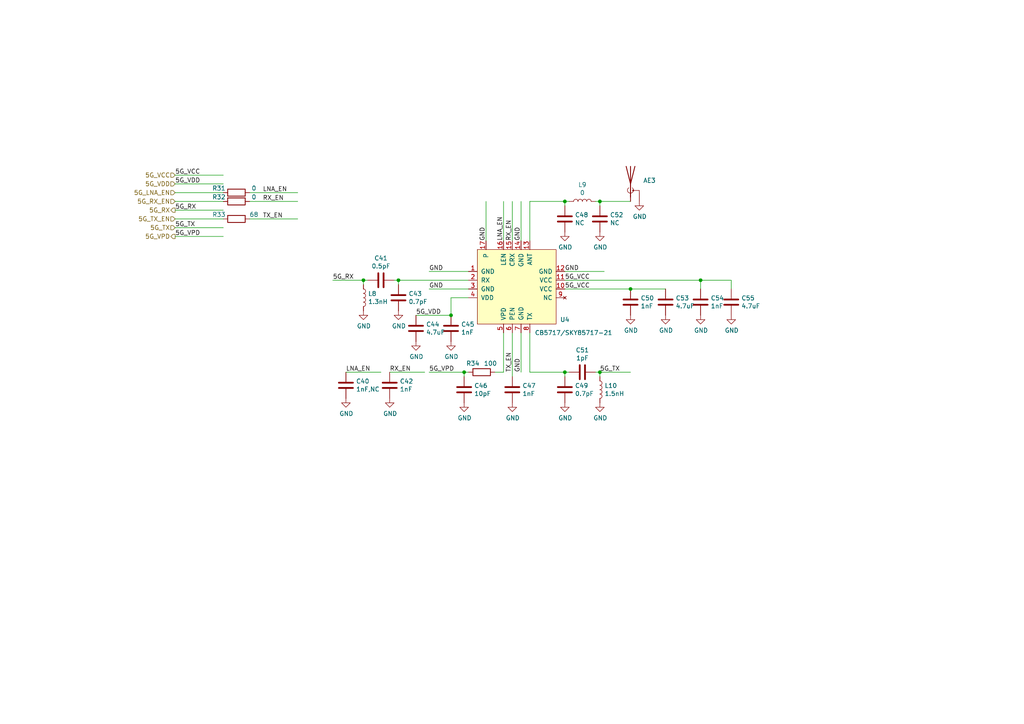
<source format=kicad_sch>
(kicad_sch (version 20230121) (generator eeschema)

  (uuid e414c85b-0bba-420d-ad4c-f587b18a18c4)

  (paper "A4")

  (lib_symbols
    (symbol "Device:Antenna_Shield" (pin_numbers hide) (pin_names (offset 1.016) hide) (in_bom yes) (on_board yes)
      (property "Reference" "AE" (at -1.905 4.445 0)
        (effects (font (size 1.27 1.27)) (justify right))
      )
      (property "Value" "Antenna_Shield" (at -1.905 2.54 0)
        (effects (font (size 1.27 1.27)) (justify right))
      )
      (property "Footprint" "" (at 0 2.54 0)
        (effects (font (size 1.27 1.27)) hide)
      )
      (property "Datasheet" "~" (at 0 2.54 0)
        (effects (font (size 1.27 1.27)) hide)
      )
      (property "ki_keywords" "antenna" (at 0 0 0)
        (effects (font (size 1.27 1.27)) hide)
      )
      (property "ki_description" "Antenna with extra pin for shielding" (at 0 0 0)
        (effects (font (size 1.27 1.27)) hide)
      )
      (symbol "Antenna_Shield_0_1"
        (arc (start -0.508 -1.143) (mid -0.8429 -2.1194) (end 0 -2.667)
          (stroke (width 0) (type default))
          (fill (type none))
        )
        (arc (start 0 -2.667) (mid 0.7989 -2.1052) (end 0.508 -1.143)
          (stroke (width 0) (type default))
          (fill (type none))
        )
        (polyline
          (pts
            (xy 0 -2.54)
            (xy 0 0)
          )
          (stroke (width 0) (type default))
          (fill (type none))
        )
        (polyline
          (pts
            (xy 0 5.08)
            (xy 0 -3.81)
          )
          (stroke (width 0.254) (type default))
          (fill (type none))
        )
        (polyline
          (pts
            (xy 0.762 -1.905)
            (xy 2.54 -1.905)
          )
          (stroke (width 0) (type default))
          (fill (type none))
        )
        (polyline
          (pts
            (xy 2.54 -2.54)
            (xy 2.54 -1.905)
          )
          (stroke (width 0) (type default))
          (fill (type none))
        )
        (polyline
          (pts
            (xy 1.27 5.08)
            (xy 0 0)
            (xy -1.27 5.08)
          )
          (stroke (width 0.254) (type default))
          (fill (type none))
        )
        (circle (center 0.762 -1.905) (radius 0.1778)
          (stroke (width 0) (type default))
          (fill (type outline))
        )
      )
      (symbol "Antenna_Shield_1_1"
        (pin input line (at 0 -5.08 90) (length 2.54)
          (name "A" (effects (font (size 1.27 1.27))))
          (number "1" (effects (font (size 1.27 1.27))))
        )
        (pin input line (at 2.54 -5.08 90) (length 2.54)
          (name "Shield" (effects (font (size 1.27 1.27))))
          (number "2" (effects (font (size 1.27 1.27))))
        )
      )
    )
    (symbol "Device:C" (pin_numbers hide) (pin_names (offset 0.254)) (in_bom yes) (on_board yes)
      (property "Reference" "C" (at 0.635 2.54 0)
        (effects (font (size 1.27 1.27)) (justify left))
      )
      (property "Value" "C" (at 0.635 -2.54 0)
        (effects (font (size 1.27 1.27)) (justify left))
      )
      (property "Footprint" "" (at 0.9652 -3.81 0)
        (effects (font (size 1.27 1.27)) hide)
      )
      (property "Datasheet" "~" (at 0 0 0)
        (effects (font (size 1.27 1.27)) hide)
      )
      (property "ki_keywords" "cap capacitor" (at 0 0 0)
        (effects (font (size 1.27 1.27)) hide)
      )
      (property "ki_description" "Unpolarized capacitor" (at 0 0 0)
        (effects (font (size 1.27 1.27)) hide)
      )
      (property "ki_fp_filters" "C_*" (at 0 0 0)
        (effects (font (size 1.27 1.27)) hide)
      )
      (symbol "C_0_1"
        (polyline
          (pts
            (xy -2.032 -0.762)
            (xy 2.032 -0.762)
          )
          (stroke (width 0.508) (type default))
          (fill (type none))
        )
        (polyline
          (pts
            (xy -2.032 0.762)
            (xy 2.032 0.762)
          )
          (stroke (width 0.508) (type default))
          (fill (type none))
        )
      )
      (symbol "C_1_1"
        (pin passive line (at 0 3.81 270) (length 2.794)
          (name "~" (effects (font (size 1.27 1.27))))
          (number "1" (effects (font (size 1.27 1.27))))
        )
        (pin passive line (at 0 -3.81 90) (length 2.794)
          (name "~" (effects (font (size 1.27 1.27))))
          (number "2" (effects (font (size 1.27 1.27))))
        )
      )
    )
    (symbol "Device:L" (pin_numbers hide) (pin_names (offset 1.016) hide) (in_bom yes) (on_board yes)
      (property "Reference" "L" (at -1.27 0 90)
        (effects (font (size 1.27 1.27)))
      )
      (property "Value" "L" (at 1.905 0 90)
        (effects (font (size 1.27 1.27)))
      )
      (property "Footprint" "" (at 0 0 0)
        (effects (font (size 1.27 1.27)) hide)
      )
      (property "Datasheet" "~" (at 0 0 0)
        (effects (font (size 1.27 1.27)) hide)
      )
      (property "ki_keywords" "inductor choke coil reactor magnetic" (at 0 0 0)
        (effects (font (size 1.27 1.27)) hide)
      )
      (property "ki_description" "Inductor" (at 0 0 0)
        (effects (font (size 1.27 1.27)) hide)
      )
      (property "ki_fp_filters" "Choke_* *Coil* Inductor_* L_*" (at 0 0 0)
        (effects (font (size 1.27 1.27)) hide)
      )
      (symbol "L_0_1"
        (arc (start 0 -2.54) (mid 0.6323 -1.905) (end 0 -1.27)
          (stroke (width 0) (type default))
          (fill (type none))
        )
        (arc (start 0 -1.27) (mid 0.6323 -0.635) (end 0 0)
          (stroke (width 0) (type default))
          (fill (type none))
        )
        (arc (start 0 0) (mid 0.6323 0.635) (end 0 1.27)
          (stroke (width 0) (type default))
          (fill (type none))
        )
        (arc (start 0 1.27) (mid 0.6323 1.905) (end 0 2.54)
          (stroke (width 0) (type default))
          (fill (type none))
        )
      )
      (symbol "L_1_1"
        (pin passive line (at 0 3.81 270) (length 1.27)
          (name "1" (effects (font (size 1.27 1.27))))
          (number "1" (effects (font (size 1.27 1.27))))
        )
        (pin passive line (at 0 -3.81 90) (length 1.27)
          (name "2" (effects (font (size 1.27 1.27))))
          (number "2" (effects (font (size 1.27 1.27))))
        )
      )
    )
    (symbol "Device:R" (pin_numbers hide) (pin_names (offset 0)) (in_bom yes) (on_board yes)
      (property "Reference" "R" (at 2.032 0 90)
        (effects (font (size 1.27 1.27)))
      )
      (property "Value" "R" (at 0 0 90)
        (effects (font (size 1.27 1.27)))
      )
      (property "Footprint" "" (at -1.778 0 90)
        (effects (font (size 1.27 1.27)) hide)
      )
      (property "Datasheet" "~" (at 0 0 0)
        (effects (font (size 1.27 1.27)) hide)
      )
      (property "ki_keywords" "R res resistor" (at 0 0 0)
        (effects (font (size 1.27 1.27)) hide)
      )
      (property "ki_description" "Resistor" (at 0 0 0)
        (effects (font (size 1.27 1.27)) hide)
      )
      (property "ki_fp_filters" "R_*" (at 0 0 0)
        (effects (font (size 1.27 1.27)) hide)
      )
      (symbol "R_0_1"
        (rectangle (start -1.016 -2.54) (end 1.016 2.54)
          (stroke (width 0.254) (type default))
          (fill (type none))
        )
      )
      (symbol "R_1_1"
        (pin passive line (at 0 3.81 270) (length 1.27)
          (name "~" (effects (font (size 1.27 1.27))))
          (number "1" (effects (font (size 1.27 1.27))))
        )
        (pin passive line (at 0 -3.81 90) (length 1.27)
          (name "~" (effects (font (size 1.27 1.27))))
          (number "2" (effects (font (size 1.27 1.27))))
        )
      )
    )
    (symbol "VSF:RTC5638H" (pin_names (offset 1.016)) (in_bom yes) (on_board yes)
      (property "Reference" "U" (at 8.89 11.43 0)
        (effects (font (size 1.27 1.27)))
      )
      (property "Value" "RTC5638H" (at 10.16 -12.7 0)
        (effects (font (size 1.27 1.27)))
      )
      (property "Footprint" "" (at 0 0 0)
        (effects (font (size 1.27 1.27)) hide)
      )
      (property "Datasheet" "" (at 0 0 0)
        (effects (font (size 1.27 1.27)) hide)
      )
      (symbol "RTC5638H_0_1"
        (rectangle (start 11.43 10.16) (end -11.43 -11.43)
          (stroke (width 0) (type default))
          (fill (type background))
        )
      )
      (symbol "RTC5638H_1_1"
        (pin power_in line (at -13.97 3.81 0) (length 2.54)
          (name "GND" (effects (font (size 1.27 1.27))))
          (number "1" (effects (font (size 1.27 1.27))))
        )
        (pin power_in line (at 13.97 -1.27 180) (length 2.54)
          (name "VCC" (effects (font (size 1.27 1.27))))
          (number "10" (effects (font (size 1.27 1.27))))
        )
        (pin power_in line (at 13.97 1.27 180) (length 2.54)
          (name "VCC" (effects (font (size 1.27 1.27))))
          (number "11" (effects (font (size 1.27 1.27))))
        )
        (pin power_in line (at 13.97 3.81 180) (length 2.54)
          (name "GND" (effects (font (size 1.27 1.27))))
          (number "12" (effects (font (size 1.27 1.27))))
        )
        (pin bidirectional line (at 3.81 12.7 270) (length 2.54)
          (name "ANT" (effects (font (size 1.27 1.27))))
          (number "13" (effects (font (size 1.27 1.27))))
        )
        (pin power_in line (at 1.27 12.7 270) (length 2.54)
          (name "GND" (effects (font (size 1.27 1.27))))
          (number "14" (effects (font (size 1.27 1.27))))
        )
        (pin bidirectional line (at -1.27 12.7 270) (length 2.54)
          (name "CRX" (effects (font (size 1.27 1.27))))
          (number "15" (effects (font (size 1.27 1.27))))
        )
        (pin bidirectional line (at -3.81 12.7 270) (length 2.54)
          (name "LEN" (effects (font (size 1.27 1.27))))
          (number "16" (effects (font (size 1.27 1.27))))
        )
        (pin power_in line (at -8.89 12.7 270) (length 2.54)
          (name "P" (effects (font (size 1.27 1.27))))
          (number "17" (effects (font (size 1.27 1.27))))
        )
        (pin bidirectional line (at -13.97 1.27 0) (length 2.54)
          (name "RX" (effects (font (size 1.27 1.27))))
          (number "2" (effects (font (size 1.27 1.27))))
        )
        (pin power_in line (at -13.97 -1.27 0) (length 2.54)
          (name "GND" (effects (font (size 1.27 1.27))))
          (number "3" (effects (font (size 1.27 1.27))))
        )
        (pin power_in line (at -13.97 -3.81 0) (length 2.54)
          (name "VDD" (effects (font (size 1.27 1.27))))
          (number "4" (effects (font (size 1.27 1.27))))
        )
        (pin bidirectional line (at -3.81 -13.97 90) (length 2.54)
          (name "VPD" (effects (font (size 1.27 1.27))))
          (number "5" (effects (font (size 1.27 1.27))))
        )
        (pin bidirectional line (at -1.27 -13.97 90) (length 2.54)
          (name "PEN" (effects (font (size 1.27 1.27))))
          (number "6" (effects (font (size 1.27 1.27))))
        )
        (pin power_in line (at 1.27 -13.97 90) (length 2.54)
          (name "GND" (effects (font (size 1.27 1.27))))
          (number "7" (effects (font (size 1.27 1.27))))
        )
        (pin bidirectional line (at 3.81 -13.97 90) (length 2.54)
          (name "TX" (effects (font (size 1.27 1.27))))
          (number "8" (effects (font (size 1.27 1.27))))
        )
        (pin no_connect line (at 13.97 -3.81 180) (length 2.54)
          (name "NC" (effects (font (size 1.27 1.27))))
          (number "9" (effects (font (size 1.27 1.27))))
        )
      )
    )
    (symbol "power:GND" (power) (pin_names (offset 0)) (in_bom yes) (on_board yes)
      (property "Reference" "#PWR" (at 0 -6.35 0)
        (effects (font (size 1.27 1.27)) hide)
      )
      (property "Value" "GND" (at 0 -3.81 0)
        (effects (font (size 1.27 1.27)))
      )
      (property "Footprint" "" (at 0 0 0)
        (effects (font (size 1.27 1.27)) hide)
      )
      (property "Datasheet" "" (at 0 0 0)
        (effects (font (size 1.27 1.27)) hide)
      )
      (property "ki_keywords" "global power" (at 0 0 0)
        (effects (font (size 1.27 1.27)) hide)
      )
      (property "ki_description" "Power symbol creates a global label with name \"GND\" , ground" (at 0 0 0)
        (effects (font (size 1.27 1.27)) hide)
      )
      (symbol "GND_0_1"
        (polyline
          (pts
            (xy 0 0)
            (xy 0 -1.27)
            (xy 1.27 -1.27)
            (xy 0 -2.54)
            (xy -1.27 -1.27)
            (xy 0 -1.27)
          )
          (stroke (width 0) (type default))
          (fill (type none))
        )
      )
      (symbol "GND_1_1"
        (pin power_in line (at 0 0 270) (length 0) hide
          (name "GND" (effects (font (size 1.27 1.27))))
          (number "1" (effects (font (size 1.27 1.27))))
        )
      )
    )
  )

  (junction (at 173.99 107.95) (diameter 0) (color 0 0 0 0)
    (uuid 0d803928-028e-4722-bc2a-94c6dd357caa)
  )
  (junction (at 134.62 107.95) (diameter 0) (color 0 0 0 0)
    (uuid 28dfdd75-04f1-4176-b642-ea33d01a2b60)
  )
  (junction (at 115.57 81.28) (diameter 0) (color 0 0 0 0)
    (uuid 5ea98488-acc8-4a97-923b-cdd340c4db76)
  )
  (junction (at 182.88 83.82) (diameter 0) (color 0 0 0 0)
    (uuid 74cdc7e3-e58d-4043-a549-1ee7fe31813a)
  )
  (junction (at 130.81 91.44) (diameter 0) (color 0 0 0 0)
    (uuid 7f11767c-a7de-4410-bb70-0914e94a94df)
  )
  (junction (at 163.83 58.42) (diameter 0) (color 0 0 0 0)
    (uuid 8b43b578-6ebd-45d5-850d-bf569ac5b216)
  )
  (junction (at 173.99 58.42) (diameter 0) (color 0 0 0 0)
    (uuid 90aa95bb-0a3b-4ba8-b0cb-5b47eeb32b0f)
  )
  (junction (at 105.41 81.28) (diameter 0) (color 0 0 0 0)
    (uuid 9bdd9fb8-35e7-4f9b-8c69-5d3121a23c15)
  )
  (junction (at 203.2 81.28) (diameter 0) (color 0 0 0 0)
    (uuid e92f1fc5-cace-4c5b-b5f5-e9e86ec03b73)
  )
  (junction (at 163.83 107.95) (diameter 0) (color 0 0 0 0)
    (uuid e9e3b4f9-315f-424f-9419-ef6c29398bd3)
  )

  (no_connect (at -22.86 107.95) (uuid ebc1afea-5e69-49b3-993d-58534da07dd7))

  (wire (pts (xy 172.72 58.42) (xy 173.99 58.42))
    (stroke (width 0) (type default))
    (uuid 00f23914-8f84-4f20-b4cd-a8603c535374)
  )
  (wire (pts (xy 105.41 81.28) (xy 96.52 81.28))
    (stroke (width 0) (type default))
    (uuid 06f4f852-f8aa-4cf1-8451-15e07c276ee2)
  )
  (wire (pts (xy 100.33 107.95) (xy 110.49 107.95))
    (stroke (width 0) (type default))
    (uuid 09075d8f-860c-4e9f-8161-dfd4f82c962b)
  )
  (wire (pts (xy 50.8 68.58) (xy 64.77 68.58))
    (stroke (width 0) (type default))
    (uuid 12b5fb50-2033-4ab6-8b3b-c40d47fc43bb)
  )
  (wire (pts (xy 105.41 81.28) (xy 105.41 82.55))
    (stroke (width 0) (type default))
    (uuid 142a96c3-bef9-48ae-8893-61eabf7c4e51)
  )
  (wire (pts (xy 173.99 58.42) (xy 173.99 59.69))
    (stroke (width 0) (type default))
    (uuid 15a77e9e-d954-4b61-bf33-bce5349b313f)
  )
  (wire (pts (xy 173.99 107.95) (xy 182.88 107.95))
    (stroke (width 0) (type default))
    (uuid 18839a70-90fd-455f-ad56-1e831965e551)
  )
  (wire (pts (xy 72.39 63.5) (xy 86.36 63.5))
    (stroke (width 0) (type default))
    (uuid 1a40d3e1-1b6b-4570-8375-9aed9b77877a)
  )
  (wire (pts (xy 50.8 66.04) (xy 64.77 66.04))
    (stroke (width 0) (type default))
    (uuid 1cc17155-904f-4b43-bac7-e01143a1bc06)
  )
  (wire (pts (xy 114.3 81.28) (xy 115.57 81.28))
    (stroke (width 0) (type default))
    (uuid 267a7d47-618d-42cc-85fe-f7d4ecf42e0c)
  )
  (wire (pts (xy 163.83 83.82) (xy 182.88 83.82))
    (stroke (width 0) (type default))
    (uuid 2b7be797-eb66-4633-b048-91f8b5f6a335)
  )
  (wire (pts (xy 50.8 55.88) (xy 64.77 55.88))
    (stroke (width 0) (type default))
    (uuid 31e2cf33-04b9-42e6-a1f8-86b27f401a88)
  )
  (wire (pts (xy 203.2 81.28) (xy 203.2 83.82))
    (stroke (width 0) (type default))
    (uuid 33d7e4e5-06da-41aa-83d0-44c40129a510)
  )
  (wire (pts (xy 212.09 81.28) (xy 203.2 81.28))
    (stroke (width 0) (type default))
    (uuid 3bd603bf-3b00-443d-8576-520885fc4084)
  )
  (wire (pts (xy 146.05 69.85) (xy 146.05 58.42))
    (stroke (width 0) (type default))
    (uuid 4059473a-5110-4844-ae17-606170e05b55)
  )
  (wire (pts (xy 134.62 107.95) (xy 124.46 107.95))
    (stroke (width 0) (type default))
    (uuid 445fe3a2-fb1d-46ea-bcd2-afaedf177f0f)
  )
  (wire (pts (xy 151.13 96.52) (xy 151.13 107.95))
    (stroke (width 0) (type default))
    (uuid 452cda80-dc32-4062-8915-875f183bb645)
  )
  (wire (pts (xy 148.59 96.52) (xy 148.59 109.22))
    (stroke (width 0) (type default))
    (uuid 4b3d9839-cb97-4229-ae4c-6429a165ba13)
  )
  (wire (pts (xy 134.62 107.95) (xy 134.62 109.22))
    (stroke (width 0) (type default))
    (uuid 4e86c155-3e08-401e-be98-074d06b2dd75)
  )
  (wire (pts (xy 135.89 83.82) (xy 124.46 83.82))
    (stroke (width 0) (type default))
    (uuid 50c6d549-f6bf-48e6-b83f-551f64d027fd)
  )
  (wire (pts (xy 120.65 91.44) (xy 130.81 91.44))
    (stroke (width 0) (type default))
    (uuid 582cabb5-8096-4393-9d05-0d221b172cf8)
  )
  (wire (pts (xy 135.89 78.74) (xy 124.46 78.74))
    (stroke (width 0) (type default))
    (uuid 64873d15-5b75-4ac0-b2cb-2dba8f0abd66)
  )
  (wire (pts (xy 140.97 69.85) (xy 140.97 58.42))
    (stroke (width 0) (type default))
    (uuid 6ab02bf1-ee27-4909-b419-937850312a22)
  )
  (wire (pts (xy 72.39 55.88) (xy 86.36 55.88))
    (stroke (width 0) (type default))
    (uuid 79ffbf6b-d130-4325-a0eb-5836d6f50821)
  )
  (wire (pts (xy 173.99 107.95) (xy 173.99 109.22))
    (stroke (width 0) (type default))
    (uuid 7f927b4e-3a04-4906-9f6e-f037bb087092)
  )
  (wire (pts (xy 143.51 107.95) (xy 146.05 107.95))
    (stroke (width 0) (type default))
    (uuid 80a88a07-6221-413d-adcd-9fdb7d858f61)
  )
  (wire (pts (xy 173.99 58.42) (xy 182.88 58.42))
    (stroke (width 0) (type default))
    (uuid 8162fe26-fe65-445f-b197-ee52f08e246c)
  )
  (wire (pts (xy 153.67 58.42) (xy 163.83 58.42))
    (stroke (width 0) (type default))
    (uuid 8475b22b-ba20-4622-bd8e-8c1b3fd80b90)
  )
  (wire (pts (xy 135.89 86.36) (xy 130.81 86.36))
    (stroke (width 0) (type default))
    (uuid 8682a8e8-2595-4a7b-b8de-72d8ec22c019)
  )
  (wire (pts (xy 163.83 59.69) (xy 163.83 58.42))
    (stroke (width 0) (type default))
    (uuid 8d9afbb5-c2c3-461e-b167-3b596bad3505)
  )
  (wire (pts (xy 146.05 96.52) (xy 146.05 107.95))
    (stroke (width 0) (type default))
    (uuid 8fb74033-065b-4385-a236-b650ad31ea34)
  )
  (wire (pts (xy 165.1 58.42) (xy 163.83 58.42))
    (stroke (width 0) (type default))
    (uuid 93345312-5c9f-4866-96ce-6eb169376bc0)
  )
  (wire (pts (xy 151.13 69.85) (xy 151.13 58.42))
    (stroke (width 0) (type default))
    (uuid 95345b6d-8dd0-4706-959d-42f5100387f0)
  )
  (wire (pts (xy 148.59 69.85) (xy 148.59 58.42))
    (stroke (width 0) (type default))
    (uuid 969c5ae0-f092-4c9f-a18b-133ef3eba12e)
  )
  (wire (pts (xy 130.81 86.36) (xy 130.81 91.44))
    (stroke (width 0) (type default))
    (uuid 97690e87-a6a4-47c1-80c2-93cbfc9068c0)
  )
  (wire (pts (xy 50.8 58.42) (xy 64.77 58.42))
    (stroke (width 0) (type default))
    (uuid 9a6f0af6-689e-4e5d-8d0c-57e8f9d6f82e)
  )
  (wire (pts (xy 182.88 83.82) (xy 193.04 83.82))
    (stroke (width 0) (type default))
    (uuid a0d59009-0e52-40a6-a414-21d19b5126f4)
  )
  (wire (pts (xy 50.8 60.96) (xy 64.77 60.96))
    (stroke (width 0) (type default))
    (uuid a57e7914-a27b-4fc3-a446-df878c7404c4)
  )
  (wire (pts (xy 175.26 78.74) (xy 163.83 78.74))
    (stroke (width 0) (type default))
    (uuid b0c25946-58ef-4326-b6ae-d8151f5bbcae)
  )
  (wire (pts (xy 72.39 58.42) (xy 86.36 58.42))
    (stroke (width 0) (type default))
    (uuid b76e7854-e20e-4fb6-8ca5-ef2b1d40edef)
  )
  (wire (pts (xy 106.68 81.28) (xy 105.41 81.28))
    (stroke (width 0) (type default))
    (uuid b7e2c2e9-cd1d-4cd0-a916-03b50288ad3f)
  )
  (wire (pts (xy 153.67 69.85) (xy 153.67 58.42))
    (stroke (width 0) (type default))
    (uuid cad9d097-170f-4fdc-86e7-5e385a7c1fb0)
  )
  (wire (pts (xy 113.03 107.95) (xy 123.19 107.95))
    (stroke (width 0) (type default))
    (uuid ce820719-6145-4cf9-8872-344406cd3d3e)
  )
  (wire (pts (xy 172.72 107.95) (xy 173.99 107.95))
    (stroke (width 0) (type default))
    (uuid cf31bcbf-c859-4daa-891b-35e7617402ec)
  )
  (wire (pts (xy 165.1 107.95) (xy 163.83 107.95))
    (stroke (width 0) (type default))
    (uuid d3cff339-404d-47b3-84b2-afd639d79213)
  )
  (wire (pts (xy 153.67 96.52) (xy 153.67 107.95))
    (stroke (width 0) (type default))
    (uuid d48949f8-9650-4863-8eb8-b22da14cd508)
  )
  (wire (pts (xy 163.83 107.95) (xy 163.83 109.22))
    (stroke (width 0) (type default))
    (uuid d9c66508-f057-4499-889f-ff1be5fd999b)
  )
  (wire (pts (xy 50.8 63.5) (xy 64.77 63.5))
    (stroke (width 0) (type default))
    (uuid e00a679e-b2aa-4e11-9fe0-b2fedde7345a)
  )
  (wire (pts (xy 115.57 81.28) (xy 115.57 82.55))
    (stroke (width 0) (type default))
    (uuid e188f671-b552-4e00-a4f9-eccbc6e94452)
  )
  (wire (pts (xy 115.57 81.28) (xy 135.89 81.28))
    (stroke (width 0) (type default))
    (uuid e2bd3bc4-6196-49e3-9453-578b38578687)
  )
  (wire (pts (xy 50.8 50.8) (xy 64.77 50.8))
    (stroke (width 0) (type default))
    (uuid ea192132-ff78-451f-95c2-381838935e13)
  )
  (wire (pts (xy 50.8 53.34) (xy 64.77 53.34))
    (stroke (width 0) (type default))
    (uuid eb0ae840-7988-4cfb-ab76-9e496ebb079a)
  )
  (wire (pts (xy 163.83 81.28) (xy 203.2 81.28))
    (stroke (width 0) (type default))
    (uuid ebfec998-3c84-4b7a-bbfe-3ee189df58d3)
  )
  (wire (pts (xy 135.89 107.95) (xy 134.62 107.95))
    (stroke (width 0) (type default))
    (uuid ef2631e6-5794-4d70-a853-763d46297f49)
  )
  (wire (pts (xy 153.67 107.95) (xy 163.83 107.95))
    (stroke (width 0) (type default))
    (uuid f0f57047-141b-45b7-b4eb-612066b1503d)
  )
  (wire (pts (xy 212.09 83.82) (xy 212.09 81.28))
    (stroke (width 0) (type default))
    (uuid f7a31a4c-19dc-412f-b6cd-a482ea49865a)
  )

  (label "GND" (at 151.13 69.85 90) (fields_autoplaced)
    (effects (font (size 1.27 1.27)) (justify left bottom))
    (uuid 00b04a5d-71d5-4e36-949e-a7db747b3af7)
  )
  (label "5G_RX" (at 50.8 60.96 0) (fields_autoplaced)
    (effects (font (size 1.27 1.27)) (justify left bottom))
    (uuid 22b1b726-ca0a-42cc-8589-5bdfce9eb05d)
  )
  (label "LNA_EN" (at 76.2 55.88 0) (fields_autoplaced)
    (effects (font (size 1.27 1.27)) (justify left bottom))
    (uuid 2338d277-c2c2-456c-88ac-71c0ebefa0ab)
  )
  (label "LNA_EN" (at 100.33 107.95 0) (fields_autoplaced)
    (effects (font (size 1.27 1.27)) (justify left bottom))
    (uuid 3110d753-1a5e-4931-b0f2-681726a3503e)
  )
  (label "RX_EN" (at 113.03 107.95 0) (fields_autoplaced)
    (effects (font (size 1.27 1.27)) (justify left bottom))
    (uuid 41f68c73-3944-4f33-aefa-28e2ccf96f36)
  )
  (label "5G_TX" (at 173.99 107.95 0) (fields_autoplaced)
    (effects (font (size 1.27 1.27)) (justify left bottom))
    (uuid 43f9da54-35cc-4b18-a028-59321370960b)
  )
  (label "5G_RX" (at 96.52 81.28 0) (fields_autoplaced)
    (effects (font (size 1.27 1.27)) (justify left bottom))
    (uuid 475be2a3-98ef-43fc-a3c4-9a425b6b5153)
  )
  (label "GND" (at 140.97 69.85 90) (fields_autoplaced)
    (effects (font (size 1.27 1.27)) (justify left bottom))
    (uuid 481b46f0-55af-4caa-b847-147c3e3fc622)
  )
  (label "RX_EN" (at 148.59 69.85 90) (fields_autoplaced)
    (effects (font (size 1.27 1.27)) (justify left bottom))
    (uuid 53611287-270d-4d28-af53-bb7e9d76f39f)
  )
  (label "RX_EN" (at 76.2 58.42 0) (fields_autoplaced)
    (effects (font (size 1.27 1.27)) (justify left bottom))
    (uuid 598e30b9-c017-4a0e-9ee2-66a211ac717d)
  )
  (label "5G_VCC" (at 163.83 83.82 0) (fields_autoplaced)
    (effects (font (size 1.27 1.27)) (justify left bottom))
    (uuid 81ad9f15-b69f-4977-a899-740937287da4)
  )
  (label "5G_VPD" (at 124.46 107.95 0) (fields_autoplaced)
    (effects (font (size 1.27 1.27)) (justify left bottom))
    (uuid 8200e456-3c83-42c5-aa95-d524032ea871)
  )
  (label "GND" (at 151.13 107.95 90) (fields_autoplaced)
    (effects (font (size 1.27 1.27)) (justify left bottom))
    (uuid 8302e713-d0a3-4129-9708-48f2828da46b)
  )
  (label "GND" (at 124.46 83.82 0) (fields_autoplaced)
    (effects (font (size 1.27 1.27)) (justify left bottom))
    (uuid 85763c00-2034-409f-a7c8-bd4dda699014)
  )
  (label "5G_VDD" (at 50.8 53.34 0) (fields_autoplaced)
    (effects (font (size 1.27 1.27)) (justify left bottom))
    (uuid a6582dfc-fa35-4e5d-b948-a13474643b71)
  )
  (label "5G_VCC" (at 163.83 81.28 0) (fields_autoplaced)
    (effects (font (size 1.27 1.27)) (justify left bottom))
    (uuid aa5bd550-e292-4e53-a7f6-c71e66d0fd15)
  )
  (label "GND" (at 163.83 78.74 0) (fields_autoplaced)
    (effects (font (size 1.27 1.27)) (justify left bottom))
    (uuid adee6794-7d03-4ee0-b00c-d916ea826c26)
  )
  (label "GND" (at 124.46 78.74 0) (fields_autoplaced)
    (effects (font (size 1.27 1.27)) (justify left bottom))
    (uuid b22a03c1-07a5-412a-a877-5c2ffe9e1894)
  )
  (label "5G_TX" (at 50.8 66.04 0) (fields_autoplaced)
    (effects (font (size 1.27 1.27)) (justify left bottom))
    (uuid c39f550a-24e1-4ceb-ba26-2f3c05da66cf)
  )
  (label "5G_VCC" (at 50.8 50.8 0) (fields_autoplaced)
    (effects (font (size 1.27 1.27)) (justify left bottom))
    (uuid c5756c10-4ff2-4fd0-874f-c2483a9acdb2)
  )
  (label "LNA_EN" (at 146.05 69.85 90) (fields_autoplaced)
    (effects (font (size 1.27 1.27)) (justify left bottom))
    (uuid ddb2c60c-8e7b-49a9-a1a4-ecb6b0be8cce)
  )
  (label "TX_EN" (at 148.59 107.95 90) (fields_autoplaced)
    (effects (font (size 1.27 1.27)) (justify left bottom))
    (uuid e056e1b6-1708-4153-b130-ba7fe51492e0)
  )
  (label "5G_VDD" (at 120.65 91.44 0) (fields_autoplaced)
    (effects (font (size 1.27 1.27)) (justify left bottom))
    (uuid ef11a3e5-886f-4727-b09c-f0e34bf18844)
  )
  (label "TX_EN" (at 76.2 63.5 0) (fields_autoplaced)
    (effects (font (size 1.27 1.27)) (justify left bottom))
    (uuid f407cecb-4999-4f51-a425-5ef5249a8589)
  )
  (label "5G_VPD" (at 50.8 68.58 0) (fields_autoplaced)
    (effects (font (size 1.27 1.27)) (justify left bottom))
    (uuid f831cb88-3b5d-4e25-a8e8-f30fff2264a1)
  )

  (hierarchical_label "5G_RX_EN" (shape input) (at 50.8 58.42 180) (fields_autoplaced)
    (effects (font (size 1.27 1.27)) (justify right))
    (uuid 30666225-6e05-45a2-9230-e51f2ef13bb0)
  )
  (hierarchical_label "5G_TX" (shape input) (at 50.8 66.04 180) (fields_autoplaced)
    (effects (font (size 1.27 1.27)) (justify right))
    (uuid 6190a90a-1c89-444a-9aee-9b06b8e99fcc)
  )
  (hierarchical_label "5G_RX" (shape output) (at 50.8 60.96 180) (fields_autoplaced)
    (effects (font (size 1.27 1.27)) (justify right))
    (uuid 7e8c3d11-a0f4-4a24-9f42-f293c3bf627f)
  )
  (hierarchical_label "5G_TX_EN" (shape input) (at 50.8 63.5 180) (fields_autoplaced)
    (effects (font (size 1.27 1.27)) (justify right))
    (uuid 9933dd8e-bd3b-438f-b16b-9c7c6e435c89)
  )
  (hierarchical_label "5G_LNA_EN" (shape input) (at 50.8 55.88 180) (fields_autoplaced)
    (effects (font (size 1.27 1.27)) (justify right))
    (uuid 9d8a6806-ff59-430b-84e6-f92a1f32d0b8)
  )
  (hierarchical_label "5G_VCC" (shape input) (at 50.8 50.8 180) (fields_autoplaced)
    (effects (font (size 1.27 1.27)) (justify right))
    (uuid b75acbdd-7f27-4ad8-93d1-59a5429c880a)
  )
  (hierarchical_label "5G_VDD" (shape input) (at 50.8 53.34 180) (fields_autoplaced)
    (effects (font (size 1.27 1.27)) (justify right))
    (uuid bbd69bae-c2f1-493c-a2b9-5732d749397c)
  )
  (hierarchical_label "5G_VPD" (shape output) (at 50.8 68.58 180) (fields_autoplaced)
    (effects (font (size 1.27 1.27)) (justify right))
    (uuid f03dd7b4-74c4-4ed7-ba62-98d5550c3c5f)
  )

  (symbol (lib_id "Device:Antenna_Shield") (at 182.88 53.34 0) (unit 1)
    (in_bom yes) (on_board yes) (dnp no)
    (uuid 00000000-0000-0000-0000-000061f6ba73)
    (property "Reference" "AE3" (at 186.5376 52.3494 0)
      (effects (font (size 1.27 1.27)) (justify left))
    )
    (property "Value" "Antenna_Shield" (at 186.5376 54.6608 0)
      (effects (font (size 1.27 1.27)) (justify left) hide)
    )
    (property "Footprint" "VSF:RF_2.4GHz_5G_Right" (at 182.88 50.8 0)
      (effects (font (size 1.27 1.27)) hide)
    )
    (property "Datasheet" "~" (at 182.88 50.8 0)
      (effects (font (size 1.27 1.27)) hide)
    )
    (pin "1" (uuid 46aab1fb-e950-485a-88d3-77cabc0449f5))
    (pin "2" (uuid 8bc20da6-427c-4d7e-8f98-45c8e866137f))
    (instances
      (project "aic8800m_basic"
        (path "/b0717bb8-5e5d-44de-b48f-ff278896fb50/00000000-0000-0000-0000-000061f4753e"
          (reference "AE3") (unit 1)
        )
      )
    )
  )

  (symbol (lib_id "power:GND") (at 185.42 58.42 0) (unit 1)
    (in_bom yes) (on_board yes) (dnp no)
    (uuid 00000000-0000-0000-0000-000061f6ba79)
    (property "Reference" "#PWR055" (at 185.42 64.77 0)
      (effects (font (size 1.27 1.27)) hide)
    )
    (property "Value" "GND" (at 185.547 62.8142 0)
      (effects (font (size 1.27 1.27)))
    )
    (property "Footprint" "" (at 185.42 58.42 0)
      (effects (font (size 1.27 1.27)) hide)
    )
    (property "Datasheet" "" (at 185.42 58.42 0)
      (effects (font (size 1.27 1.27)) hide)
    )
    (pin "1" (uuid 9c4b8c12-a5c2-40fd-9e82-dfe2e7dd87a1))
    (instances
      (project "aic8800m_basic"
        (path "/b0717bb8-5e5d-44de-b48f-ff278896fb50/00000000-0000-0000-0000-000061f4753e"
          (reference "#PWR055") (unit 1)
        )
      )
    )
  )

  (symbol (lib_id "Device:L") (at 173.99 113.03 0) (unit 1)
    (in_bom yes) (on_board yes) (dnp no)
    (uuid 00000000-0000-0000-0000-000061f6ba80)
    (property "Reference" "L10" (at 175.3362 111.8616 0)
      (effects (font (size 1.27 1.27)) (justify left))
    )
    (property "Value" "1.5nH" (at 175.3362 114.173 0)
      (effects (font (size 1.27 1.27)) (justify left))
    )
    (property "Footprint" "Inductor_SMD:L_0402_1005Metric" (at 173.99 113.03 0)
      (effects (font (size 1.27 1.27)) hide)
    )
    (property "Datasheet" "~" (at 173.99 113.03 0)
      (effects (font (size 1.27 1.27)) hide)
    )
    (pin "1" (uuid a78e00d2-d0a3-4b57-9cdc-cfdaf7937e38))
    (pin "2" (uuid 20a36747-3e96-46bc-9670-4520fb6bebd1))
    (instances
      (project "aic8800m_basic"
        (path "/b0717bb8-5e5d-44de-b48f-ff278896fb50/00000000-0000-0000-0000-000061f4753e"
          (reference "L10") (unit 1)
        )
      )
    )
  )

  (symbol (lib_id "Device:C") (at 182.88 87.63 0) (unit 1)
    (in_bom yes) (on_board yes) (dnp no)
    (uuid 00000000-0000-0000-0000-000061f6ba88)
    (property "Reference" "C50" (at 185.801 86.4616 0)
      (effects (font (size 1.27 1.27)) (justify left))
    )
    (property "Value" "1nF" (at 185.801 88.773 0)
      (effects (font (size 1.27 1.27)) (justify left))
    )
    (property "Footprint" "Capacitor_SMD:C_0402_1005Metric" (at 183.8452 91.44 0)
      (effects (font (size 1.27 1.27)) hide)
    )
    (property "Datasheet" "~" (at 182.88 87.63 0)
      (effects (font (size 1.27 1.27)) hide)
    )
    (pin "1" (uuid 2bc5b9a8-52f3-4465-be15-160cf4c17c0f))
    (pin "2" (uuid 177c4fcf-9007-41d1-96bb-7b3fa651e6a9))
    (instances
      (project "aic8800m_basic"
        (path "/b0717bb8-5e5d-44de-b48f-ff278896fb50/00000000-0000-0000-0000-000061f4753e"
          (reference "C50") (unit 1)
        )
      )
    )
  )

  (symbol (lib_id "Device:C") (at 203.2 87.63 0) (unit 1)
    (in_bom yes) (on_board yes) (dnp no)
    (uuid 00000000-0000-0000-0000-000061f6ba8e)
    (property "Reference" "C54" (at 206.121 86.4616 0)
      (effects (font (size 1.27 1.27)) (justify left))
    )
    (property "Value" "1nF" (at 206.121 88.773 0)
      (effects (font (size 1.27 1.27)) (justify left))
    )
    (property "Footprint" "Capacitor_SMD:C_0402_1005Metric" (at 204.1652 91.44 0)
      (effects (font (size 1.27 1.27)) hide)
    )
    (property "Datasheet" "~" (at 203.2 87.63 0)
      (effects (font (size 1.27 1.27)) hide)
    )
    (pin "1" (uuid e5feec26-e027-4568-bd8a-462da735a0c5))
    (pin "2" (uuid 25e9ace1-ccfe-4f72-83d9-3b1ce92813a7))
    (instances
      (project "aic8800m_basic"
        (path "/b0717bb8-5e5d-44de-b48f-ff278896fb50/00000000-0000-0000-0000-000061f4753e"
          (reference "C54") (unit 1)
        )
      )
    )
  )

  (symbol (lib_id "power:GND") (at 182.88 91.44 0) (unit 1)
    (in_bom yes) (on_board yes) (dnp no)
    (uuid 00000000-0000-0000-0000-000061f6ba95)
    (property "Reference" "#PWR051" (at 182.88 97.79 0)
      (effects (font (size 1.27 1.27)) hide)
    )
    (property "Value" "GND" (at 183.007 95.8342 0)
      (effects (font (size 1.27 1.27)))
    )
    (property "Footprint" "" (at 182.88 91.44 0)
      (effects (font (size 1.27 1.27)) hide)
    )
    (property "Datasheet" "" (at 182.88 91.44 0)
      (effects (font (size 1.27 1.27)) hide)
    )
    (pin "1" (uuid 81f587e1-049d-49bb-b737-cab0b11388ff))
    (instances
      (project "aic8800m_basic"
        (path "/b0717bb8-5e5d-44de-b48f-ff278896fb50/00000000-0000-0000-0000-000061f4753e"
          (reference "#PWR051") (unit 1)
        )
      )
    )
  )

  (symbol (lib_id "power:GND") (at 203.2 91.44 0) (unit 1)
    (in_bom yes) (on_board yes) (dnp no)
    (uuid 00000000-0000-0000-0000-000061f6ba9b)
    (property "Reference" "#PWR056" (at 203.2 97.79 0)
      (effects (font (size 1.27 1.27)) hide)
    )
    (property "Value" "GND" (at 203.327 95.8342 0)
      (effects (font (size 1.27 1.27)))
    )
    (property "Footprint" "" (at 203.2 91.44 0)
      (effects (font (size 1.27 1.27)) hide)
    )
    (property "Datasheet" "" (at 203.2 91.44 0)
      (effects (font (size 1.27 1.27)) hide)
    )
    (pin "1" (uuid 28da4e8f-7b22-4c44-90ef-1e03e6932348))
    (instances
      (project "aic8800m_basic"
        (path "/b0717bb8-5e5d-44de-b48f-ff278896fb50/00000000-0000-0000-0000-000061f4753e"
          (reference "#PWR056") (unit 1)
        )
      )
    )
  )

  (symbol (lib_id "Device:L") (at 168.91 58.42 90) (unit 1)
    (in_bom yes) (on_board yes) (dnp no)
    (uuid 00000000-0000-0000-0000-000061f6baa6)
    (property "Reference" "L9" (at 168.91 53.594 90)
      (effects (font (size 1.27 1.27)))
    )
    (property "Value" "0" (at 168.91 55.9054 90)
      (effects (font (size 1.27 1.27)))
    )
    (property "Footprint" "Inductor_SMD:L_0402_1005Metric" (at 168.91 58.42 0)
      (effects (font (size 1.27 1.27)) hide)
    )
    (property "Datasheet" "~" (at 168.91 58.42 0)
      (effects (font (size 1.27 1.27)) hide)
    )
    (pin "1" (uuid 93ebf677-599c-4d06-a629-92dc29685ee1))
    (pin "2" (uuid 6cc56cae-1090-4a28-a868-e5de3b519800))
    (instances
      (project "aic8800m_basic"
        (path "/b0717bb8-5e5d-44de-b48f-ff278896fb50/00000000-0000-0000-0000-000061f4753e"
          (reference "L9") (unit 1)
        )
      )
    )
  )

  (symbol (lib_id "power:GND") (at 173.99 67.31 0) (unit 1)
    (in_bom yes) (on_board yes) (dnp no)
    (uuid 00000000-0000-0000-0000-000061f6bab2)
    (property "Reference" "#PWR052" (at 173.99 73.66 0)
      (effects (font (size 1.27 1.27)) hide)
    )
    (property "Value" "GND" (at 174.117 71.7042 0)
      (effects (font (size 1.27 1.27)))
    )
    (property "Footprint" "" (at 173.99 67.31 0)
      (effects (font (size 1.27 1.27)) hide)
    )
    (property "Datasheet" "" (at 173.99 67.31 0)
      (effects (font (size 1.27 1.27)) hide)
    )
    (pin "1" (uuid 9ca53355-9643-43bd-a062-ff989a72f677))
    (instances
      (project "aic8800m_basic"
        (path "/b0717bb8-5e5d-44de-b48f-ff278896fb50/00000000-0000-0000-0000-000061f4753e"
          (reference "#PWR052") (unit 1)
        )
      )
    )
  )

  (symbol (lib_id "power:GND") (at 163.83 67.31 0) (unit 1)
    (in_bom yes) (on_board yes) (dnp no)
    (uuid 00000000-0000-0000-0000-000061f6bab8)
    (property "Reference" "#PWR049" (at 163.83 73.66 0)
      (effects (font (size 1.27 1.27)) hide)
    )
    (property "Value" "GND" (at 163.957 71.7042 0)
      (effects (font (size 1.27 1.27)))
    )
    (property "Footprint" "" (at 163.83 67.31 0)
      (effects (font (size 1.27 1.27)) hide)
    )
    (property "Datasheet" "" (at 163.83 67.31 0)
      (effects (font (size 1.27 1.27)) hide)
    )
    (pin "1" (uuid 875f430c-5ff2-4015-9477-70965ef2d8ee))
    (instances
      (project "aic8800m_basic"
        (path "/b0717bb8-5e5d-44de-b48f-ff278896fb50/00000000-0000-0000-0000-000061f4753e"
          (reference "#PWR049") (unit 1)
        )
      )
    )
  )

  (symbol (lib_id "Device:C") (at 173.99 63.5 0) (unit 1)
    (in_bom yes) (on_board yes) (dnp no)
    (uuid 00000000-0000-0000-0000-000061f6bac2)
    (property "Reference" "C52" (at 176.911 62.3316 0)
      (effects (font (size 1.27 1.27)) (justify left))
    )
    (property "Value" "NC" (at 176.911 64.643 0)
      (effects (font (size 1.27 1.27)) (justify left))
    )
    (property "Footprint" "Capacitor_SMD:C_0402_1005Metric" (at 174.9552 67.31 0)
      (effects (font (size 1.27 1.27)) hide)
    )
    (property "Datasheet" "~" (at 173.99 63.5 0)
      (effects (font (size 1.27 1.27)) hide)
    )
    (pin "1" (uuid c06ebd5b-8989-445c-b6bc-eabf253936e5))
    (pin "2" (uuid 4b23c0e0-22f6-4b67-bf06-3ff2479cb674))
    (instances
      (project "aic8800m_basic"
        (path "/b0717bb8-5e5d-44de-b48f-ff278896fb50/00000000-0000-0000-0000-000061f4753e"
          (reference "C52") (unit 1)
        )
      )
    )
  )

  (symbol (lib_id "Device:C") (at 163.83 63.5 0) (unit 1)
    (in_bom yes) (on_board yes) (dnp no)
    (uuid 00000000-0000-0000-0000-000061f6bac8)
    (property "Reference" "C48" (at 166.751 62.3316 0)
      (effects (font (size 1.27 1.27)) (justify left))
    )
    (property "Value" "NC" (at 166.751 64.643 0)
      (effects (font (size 1.27 1.27)) (justify left))
    )
    (property "Footprint" "Capacitor_SMD:C_0402_1005Metric" (at 164.7952 67.31 0)
      (effects (font (size 1.27 1.27)) hide)
    )
    (property "Datasheet" "~" (at 163.83 63.5 0)
      (effects (font (size 1.27 1.27)) hide)
    )
    (pin "1" (uuid 509e1b01-1e08-4a46-82a0-bd7444db7c22))
    (pin "2" (uuid beaaaa39-0d24-4862-b15b-6cf7dfa7ea35))
    (instances
      (project "aic8800m_basic"
        (path "/b0717bb8-5e5d-44de-b48f-ff278896fb50/00000000-0000-0000-0000-000061f4753e"
          (reference "C48") (unit 1)
        )
      )
    )
  )

  (symbol (lib_id "Device:R") (at 139.7 107.95 270) (unit 1)
    (in_bom yes) (on_board yes) (dnp no)
    (uuid 00000000-0000-0000-0000-000061f6bae6)
    (property "Reference" "R34" (at 137.16 105.41 90)
      (effects (font (size 1.27 1.27)))
    )
    (property "Value" "100" (at 142.24 105.41 90)
      (effects (font (size 1.27 1.27)))
    )
    (property "Footprint" "Resistor_SMD:R_0402_1005Metric" (at 139.7 106.172 90)
      (effects (font (size 1.27 1.27)) hide)
    )
    (property "Datasheet" "~" (at 139.7 107.95 0)
      (effects (font (size 1.27 1.27)) hide)
    )
    (pin "1" (uuid db23c977-4547-4898-bf92-1ade6cad34b6))
    (pin "2" (uuid 918b4906-30d0-408b-addd-41b9c6b39654))
    (instances
      (project "aic8800m_basic"
        (path "/b0717bb8-5e5d-44de-b48f-ff278896fb50/00000000-0000-0000-0000-000061f4753e"
          (reference "R34") (unit 1)
        )
      )
    )
  )

  (symbol (lib_id "Device:C") (at 134.62 113.03 0) (unit 1)
    (in_bom yes) (on_board yes) (dnp no)
    (uuid 00000000-0000-0000-0000-000061f6baed)
    (property "Reference" "C46" (at 137.541 111.8616 0)
      (effects (font (size 1.27 1.27)) (justify left))
    )
    (property "Value" "10pF" (at 137.541 114.173 0)
      (effects (font (size 1.27 1.27)) (justify left))
    )
    (property "Footprint" "Capacitor_SMD:C_0402_1005Metric" (at 135.5852 116.84 0)
      (effects (font (size 1.27 1.27)) hide)
    )
    (property "Datasheet" "~" (at 134.62 113.03 0)
      (effects (font (size 1.27 1.27)) hide)
    )
    (pin "1" (uuid d4eee54a-e7f1-458a-bc02-9ceef9eb8b3a))
    (pin "2" (uuid 0518ecb4-1553-4625-9109-9b59f2ca47fb))
    (instances
      (project "aic8800m_basic"
        (path "/b0717bb8-5e5d-44de-b48f-ff278896fb50/00000000-0000-0000-0000-000061f4753e"
          (reference "C46") (unit 1)
        )
      )
    )
  )

  (symbol (lib_id "power:GND") (at 134.62 116.84 0) (unit 1)
    (in_bom yes) (on_board yes) (dnp no)
    (uuid 00000000-0000-0000-0000-000061f6baf5)
    (property "Reference" "#PWR047" (at 134.62 123.19 0)
      (effects (font (size 1.27 1.27)) hide)
    )
    (property "Value" "GND" (at 134.747 121.2342 0)
      (effects (font (size 1.27 1.27)))
    )
    (property "Footprint" "" (at 134.62 116.84 0)
      (effects (font (size 1.27 1.27)) hide)
    )
    (property "Datasheet" "" (at 134.62 116.84 0)
      (effects (font (size 1.27 1.27)) hide)
    )
    (pin "1" (uuid 5c48dcec-5031-4f9f-9226-98a9d3961843))
    (instances
      (project "aic8800m_basic"
        (path "/b0717bb8-5e5d-44de-b48f-ff278896fb50/00000000-0000-0000-0000-000061f4753e"
          (reference "#PWR047") (unit 1)
        )
      )
    )
  )

  (symbol (lib_id "Device:C") (at 148.59 113.03 0) (unit 1)
    (in_bom yes) (on_board yes) (dnp no)
    (uuid 00000000-0000-0000-0000-000061f6bafe)
    (property "Reference" "C47" (at 151.511 111.8616 0)
      (effects (font (size 1.27 1.27)) (justify left))
    )
    (property "Value" "1nF" (at 151.511 114.173 0)
      (effects (font (size 1.27 1.27)) (justify left))
    )
    (property "Footprint" "Capacitor_SMD:C_0402_1005Metric" (at 149.5552 116.84 0)
      (effects (font (size 1.27 1.27)) hide)
    )
    (property "Datasheet" "~" (at 148.59 113.03 0)
      (effects (font (size 1.27 1.27)) hide)
    )
    (pin "1" (uuid cb4693da-bf18-495e-b9c7-8172cc4508c4))
    (pin "2" (uuid 1185a04c-00d3-40f1-8847-c2d947fe92eb))
    (instances
      (project "aic8800m_basic"
        (path "/b0717bb8-5e5d-44de-b48f-ff278896fb50/00000000-0000-0000-0000-000061f4753e"
          (reference "C47") (unit 1)
        )
      )
    )
  )

  (symbol (lib_id "power:GND") (at 148.59 116.84 0) (unit 1)
    (in_bom yes) (on_board yes) (dnp no)
    (uuid 00000000-0000-0000-0000-000061f6bb04)
    (property "Reference" "#PWR048" (at 148.59 123.19 0)
      (effects (font (size 1.27 1.27)) hide)
    )
    (property "Value" "GND" (at 148.717 121.2342 0)
      (effects (font (size 1.27 1.27)))
    )
    (property "Footprint" "" (at 148.59 116.84 0)
      (effects (font (size 1.27 1.27)) hide)
    )
    (property "Datasheet" "" (at 148.59 116.84 0)
      (effects (font (size 1.27 1.27)) hide)
    )
    (pin "1" (uuid c2f4e1b5-7f92-4b1c-b7da-892f2c0cefa4))
    (instances
      (project "aic8800m_basic"
        (path "/b0717bb8-5e5d-44de-b48f-ff278896fb50/00000000-0000-0000-0000-000061f4753e"
          (reference "#PWR048") (unit 1)
        )
      )
    )
  )

  (symbol (lib_id "Device:C") (at 168.91 107.95 270) (unit 1)
    (in_bom yes) (on_board yes) (dnp no)
    (uuid 00000000-0000-0000-0000-000061f6bb0a)
    (property "Reference" "C51" (at 168.91 101.5492 90)
      (effects (font (size 1.27 1.27)))
    )
    (property "Value" "1pF" (at 168.91 103.8606 90)
      (effects (font (size 1.27 1.27)))
    )
    (property "Footprint" "VSF:C_0402_6mil" (at 165.1 108.9152 0)
      (effects (font (size 1.27 1.27)) hide)
    )
    (property "Datasheet" "~" (at 168.91 107.95 0)
      (effects (font (size 1.27 1.27)) hide)
    )
    (pin "1" (uuid 4484a876-76b3-4e63-9488-82ff13734941))
    (pin "2" (uuid edcc8b27-a54f-4630-8e89-11c80a766a56))
    (instances
      (project "aic8800m_basic"
        (path "/b0717bb8-5e5d-44de-b48f-ff278896fb50/00000000-0000-0000-0000-000061f4753e"
          (reference "C51") (unit 1)
        )
      )
    )
  )

  (symbol (lib_id "Device:C") (at 163.83 113.03 0) (unit 1)
    (in_bom yes) (on_board yes) (dnp no)
    (uuid 00000000-0000-0000-0000-000061f6bb10)
    (property "Reference" "C49" (at 166.751 111.8616 0)
      (effects (font (size 1.27 1.27)) (justify left))
    )
    (property "Value" "0.7pF" (at 166.751 114.173 0)
      (effects (font (size 1.27 1.27)) (justify left))
    )
    (property "Footprint" "Capacitor_SMD:C_0402_1005Metric" (at 164.7952 116.84 0)
      (effects (font (size 1.27 1.27)) hide)
    )
    (property "Datasheet" "~" (at 163.83 113.03 0)
      (effects (font (size 1.27 1.27)) hide)
    )
    (pin "1" (uuid 177f93dc-9641-4538-9e63-70c7c1494325))
    (pin "2" (uuid cb222045-006b-4aee-824e-6f339262ab31))
    (instances
      (project "aic8800m_basic"
        (path "/b0717bb8-5e5d-44de-b48f-ff278896fb50/00000000-0000-0000-0000-000061f4753e"
          (reference "C49") (unit 1)
        )
      )
    )
  )

  (symbol (lib_id "power:GND") (at 173.99 116.84 0) (unit 1)
    (in_bom yes) (on_board yes) (dnp no)
    (uuid 00000000-0000-0000-0000-000061f6bb1a)
    (property "Reference" "#PWR053" (at 173.99 123.19 0)
      (effects (font (size 1.27 1.27)) hide)
    )
    (property "Value" "GND" (at 174.117 121.2342 0)
      (effects (font (size 1.27 1.27)))
    )
    (property "Footprint" "" (at 173.99 116.84 0)
      (effects (font (size 1.27 1.27)) hide)
    )
    (property "Datasheet" "" (at 173.99 116.84 0)
      (effects (font (size 1.27 1.27)) hide)
    )
    (pin "1" (uuid 3ad47a78-5ec8-4160-bb80-0dae5ae1f1d1))
    (instances
      (project "aic8800m_basic"
        (path "/b0717bb8-5e5d-44de-b48f-ff278896fb50/00000000-0000-0000-0000-000061f4753e"
          (reference "#PWR053") (unit 1)
        )
      )
    )
  )

  (symbol (lib_id "power:GND") (at 163.83 116.84 0) (unit 1)
    (in_bom yes) (on_board yes) (dnp no)
    (uuid 00000000-0000-0000-0000-000061f6bb20)
    (property "Reference" "#PWR050" (at 163.83 123.19 0)
      (effects (font (size 1.27 1.27)) hide)
    )
    (property "Value" "GND" (at 163.957 121.2342 0)
      (effects (font (size 1.27 1.27)))
    )
    (property "Footprint" "" (at 163.83 116.84 0)
      (effects (font (size 1.27 1.27)) hide)
    )
    (property "Datasheet" "" (at 163.83 116.84 0)
      (effects (font (size 1.27 1.27)) hide)
    )
    (pin "1" (uuid f2ac07cf-33f4-4cfe-8bf0-3667b40eb4f1))
    (instances
      (project "aic8800m_basic"
        (path "/b0717bb8-5e5d-44de-b48f-ff278896fb50/00000000-0000-0000-0000-000061f4753e"
          (reference "#PWR050") (unit 1)
        )
      )
    )
  )

  (symbol (lib_id "Device:C") (at 115.57 86.36 0) (unit 1)
    (in_bom yes) (on_board yes) (dnp no)
    (uuid 00000000-0000-0000-0000-000061f6bb26)
    (property "Reference" "C43" (at 118.491 85.1916 0)
      (effects (font (size 1.27 1.27)) (justify left))
    )
    (property "Value" "0.7pF" (at 118.491 87.503 0)
      (effects (font (size 1.27 1.27)) (justify left))
    )
    (property "Footprint" "Capacitor_SMD:C_0402_1005Metric" (at 116.5352 90.17 0)
      (effects (font (size 1.27 1.27)) hide)
    )
    (property "Datasheet" "~" (at 115.57 86.36 0)
      (effects (font (size 1.27 1.27)) hide)
    )
    (pin "1" (uuid cb106fc2-eaf8-470e-8426-13aa4ff2e001))
    (pin "2" (uuid fdcba503-0aa7-477c-8f76-d2be9f7cfaea))
    (instances
      (project "aic8800m_basic"
        (path "/b0717bb8-5e5d-44de-b48f-ff278896fb50/00000000-0000-0000-0000-000061f4753e"
          (reference "C43") (unit 1)
        )
      )
    )
  )

  (symbol (lib_id "power:GND") (at 105.41 90.17 0) (unit 1)
    (in_bom yes) (on_board yes) (dnp no)
    (uuid 00000000-0000-0000-0000-000061f6bb30)
    (property "Reference" "#PWR042" (at 105.41 96.52 0)
      (effects (font (size 1.27 1.27)) hide)
    )
    (property "Value" "GND" (at 105.537 94.5642 0)
      (effects (font (size 1.27 1.27)))
    )
    (property "Footprint" "" (at 105.41 90.17 0)
      (effects (font (size 1.27 1.27)) hide)
    )
    (property "Datasheet" "" (at 105.41 90.17 0)
      (effects (font (size 1.27 1.27)) hide)
    )
    (pin "1" (uuid 85463909-1a94-4365-b54c-a5d45b032405))
    (instances
      (project "aic8800m_basic"
        (path "/b0717bb8-5e5d-44de-b48f-ff278896fb50/00000000-0000-0000-0000-000061f4753e"
          (reference "#PWR042") (unit 1)
        )
      )
    )
  )

  (symbol (lib_id "power:GND") (at 115.57 90.17 0) (unit 1)
    (in_bom yes) (on_board yes) (dnp no)
    (uuid 00000000-0000-0000-0000-000061f6bb36)
    (property "Reference" "#PWR044" (at 115.57 96.52 0)
      (effects (font (size 1.27 1.27)) hide)
    )
    (property "Value" "GND" (at 115.697 94.5642 0)
      (effects (font (size 1.27 1.27)))
    )
    (property "Footprint" "" (at 115.57 90.17 0)
      (effects (font (size 1.27 1.27)) hide)
    )
    (property "Datasheet" "" (at 115.57 90.17 0)
      (effects (font (size 1.27 1.27)) hide)
    )
    (pin "1" (uuid e4752c22-e044-42af-a0c2-f45e2f40c171))
    (instances
      (project "aic8800m_basic"
        (path "/b0717bb8-5e5d-44de-b48f-ff278896fb50/00000000-0000-0000-0000-000061f4753e"
          (reference "#PWR044") (unit 1)
        )
      )
    )
  )

  (symbol (lib_id "Device:C") (at 130.81 95.25 0) (unit 1)
    (in_bom yes) (on_board yes) (dnp no)
    (uuid 00000000-0000-0000-0000-000061f6bb41)
    (property "Reference" "C45" (at 133.731 94.0816 0)
      (effects (font (size 1.27 1.27)) (justify left))
    )
    (property "Value" "1nF" (at 133.731 96.393 0)
      (effects (font (size 1.27 1.27)) (justify left))
    )
    (property "Footprint" "Capacitor_SMD:C_0402_1005Metric" (at 131.7752 99.06 0)
      (effects (font (size 1.27 1.27)) hide)
    )
    (property "Datasheet" "~" (at 130.81 95.25 0)
      (effects (font (size 1.27 1.27)) hide)
    )
    (pin "1" (uuid e9154fdf-6bac-463a-83b1-dc9503d17ec5))
    (pin "2" (uuid b2b51468-5f08-452b-9e5a-56cb3ab5e5c3))
    (instances
      (project "aic8800m_basic"
        (path "/b0717bb8-5e5d-44de-b48f-ff278896fb50/00000000-0000-0000-0000-000061f4753e"
          (reference "C45") (unit 1)
        )
      )
    )
  )

  (symbol (lib_id "power:GND") (at 130.81 99.06 0) (unit 1)
    (in_bom yes) (on_board yes) (dnp no)
    (uuid 00000000-0000-0000-0000-000061f6bb47)
    (property "Reference" "#PWR046" (at 130.81 105.41 0)
      (effects (font (size 1.27 1.27)) hide)
    )
    (property "Value" "GND" (at 130.937 103.4542 0)
      (effects (font (size 1.27 1.27)))
    )
    (property "Footprint" "" (at 130.81 99.06 0)
      (effects (font (size 1.27 1.27)) hide)
    )
    (property "Datasheet" "" (at 130.81 99.06 0)
      (effects (font (size 1.27 1.27)) hide)
    )
    (pin "1" (uuid 85c9a3ca-0b7f-4b2b-b3ee-134326a16824))
    (instances
      (project "aic8800m_basic"
        (path "/b0717bb8-5e5d-44de-b48f-ff278896fb50/00000000-0000-0000-0000-000061f4753e"
          (reference "#PWR046") (unit 1)
        )
      )
    )
  )

  (symbol (lib_id "Device:C") (at 110.49 81.28 270) (unit 1)
    (in_bom yes) (on_board yes) (dnp no)
    (uuid 00000000-0000-0000-0000-000061f6bb6f)
    (property "Reference" "C41" (at 110.49 74.8792 90)
      (effects (font (size 1.27 1.27)))
    )
    (property "Value" "0.5pF" (at 110.49 77.1906 90)
      (effects (font (size 1.27 1.27)))
    )
    (property "Footprint" "Capacitor_SMD:C_0402_1005Metric" (at 106.68 82.2452 0)
      (effects (font (size 1.27 1.27)) hide)
    )
    (property "Datasheet" "~" (at 110.49 81.28 0)
      (effects (font (size 1.27 1.27)) hide)
    )
    (pin "1" (uuid 7fd23650-3bc3-404e-82dd-e31015f9d64f))
    (pin "2" (uuid 97debad9-5b3b-440f-be43-92fd9250a763))
    (instances
      (project "aic8800m_basic"
        (path "/b0717bb8-5e5d-44de-b48f-ff278896fb50/00000000-0000-0000-0000-000061f4753e"
          (reference "C41") (unit 1)
        )
      )
    )
  )

  (symbol (lib_id "Device:L") (at 105.41 86.36 0) (unit 1)
    (in_bom yes) (on_board yes) (dnp no)
    (uuid 00000000-0000-0000-0000-000061f6bb75)
    (property "Reference" "L8" (at 106.7562 85.1916 0)
      (effects (font (size 1.27 1.27)) (justify left))
    )
    (property "Value" "1.3nH" (at 106.7562 87.503 0)
      (effects (font (size 1.27 1.27)) (justify left))
    )
    (property "Footprint" "Inductor_SMD:L_0402_1005Metric" (at 105.41 86.36 0)
      (effects (font (size 1.27 1.27)) hide)
    )
    (property "Datasheet" "~" (at 105.41 86.36 0)
      (effects (font (size 1.27 1.27)) hide)
    )
    (pin "1" (uuid 6626b740-5a40-484f-bd12-9105d89f79cc))
    (pin "2" (uuid 37fc3446-7511-48fa-bd1f-672d00060847))
    (instances
      (project "aic8800m_basic"
        (path "/b0717bb8-5e5d-44de-b48f-ff278896fb50/00000000-0000-0000-0000-000061f4753e"
          (reference "L8") (unit 1)
        )
      )
    )
  )

  (symbol (lib_id "Device:C") (at 100.33 111.76 0) (unit 1)
    (in_bom yes) (on_board yes) (dnp no)
    (uuid 00000000-0000-0000-0000-000061f6bb7e)
    (property "Reference" "C40" (at 103.251 110.5916 0)
      (effects (font (size 1.27 1.27)) (justify left))
    )
    (property "Value" "1nF,NC" (at 103.251 112.903 0)
      (effects (font (size 1.27 1.27)) (justify left))
    )
    (property "Footprint" "Capacitor_SMD:C_0402_1005Metric" (at 101.2952 115.57 0)
      (effects (font (size 1.27 1.27)) hide)
    )
    (property "Datasheet" "~" (at 100.33 111.76 0)
      (effects (font (size 1.27 1.27)) hide)
    )
    (pin "1" (uuid 3b614c38-bd12-484f-b5d3-7885931af3b1))
    (pin "2" (uuid 87370484-67f8-4558-88da-261c5dded406))
    (instances
      (project "aic8800m_basic"
        (path "/b0717bb8-5e5d-44de-b48f-ff278896fb50/00000000-0000-0000-0000-000061f4753e"
          (reference "C40") (unit 1)
        )
      )
    )
  )

  (symbol (lib_id "power:GND") (at 100.33 115.57 0) (unit 1)
    (in_bom yes) (on_board yes) (dnp no)
    (uuid 00000000-0000-0000-0000-000061f6bb85)
    (property "Reference" "#PWR041" (at 100.33 121.92 0)
      (effects (font (size 1.27 1.27)) hide)
    )
    (property "Value" "GND" (at 100.457 119.9642 0)
      (effects (font (size 1.27 1.27)))
    )
    (property "Footprint" "" (at 100.33 115.57 0)
      (effects (font (size 1.27 1.27)) hide)
    )
    (property "Datasheet" "" (at 100.33 115.57 0)
      (effects (font (size 1.27 1.27)) hide)
    )
    (pin "1" (uuid 734e4332-e78a-4fa9-ac17-c2cbec67d28d))
    (instances
      (project "aic8800m_basic"
        (path "/b0717bb8-5e5d-44de-b48f-ff278896fb50/00000000-0000-0000-0000-000061f4753e"
          (reference "#PWR041") (unit 1)
        )
      )
    )
  )

  (symbol (lib_id "Device:C") (at 113.03 111.76 0) (unit 1)
    (in_bom yes) (on_board yes) (dnp no)
    (uuid 00000000-0000-0000-0000-000061f6bb8b)
    (property "Reference" "C42" (at 115.951 110.5916 0)
      (effects (font (size 1.27 1.27)) (justify left))
    )
    (property "Value" "1nF" (at 115.951 112.903 0)
      (effects (font (size 1.27 1.27)) (justify left))
    )
    (property "Footprint" "Capacitor_SMD:C_0402_1005Metric" (at 113.9952 115.57 0)
      (effects (font (size 1.27 1.27)) hide)
    )
    (property "Datasheet" "~" (at 113.03 111.76 0)
      (effects (font (size 1.27 1.27)) hide)
    )
    (pin "1" (uuid e93d0bd3-4b89-4c53-81d8-f4f4fa941df1))
    (pin "2" (uuid c4cfd135-eca3-4fe7-89b9-f04d7aed5313))
    (instances
      (project "aic8800m_basic"
        (path "/b0717bb8-5e5d-44de-b48f-ff278896fb50/00000000-0000-0000-0000-000061f4753e"
          (reference "C42") (unit 1)
        )
      )
    )
  )

  (symbol (lib_id "power:GND") (at 113.03 115.57 0) (unit 1)
    (in_bom yes) (on_board yes) (dnp no)
    (uuid 00000000-0000-0000-0000-000061f6bb92)
    (property "Reference" "#PWR043" (at 113.03 121.92 0)
      (effects (font (size 1.27 1.27)) hide)
    )
    (property "Value" "GND" (at 113.157 119.9642 0)
      (effects (font (size 1.27 1.27)))
    )
    (property "Footprint" "" (at 113.03 115.57 0)
      (effects (font (size 1.27 1.27)) hide)
    )
    (property "Datasheet" "" (at 113.03 115.57 0)
      (effects (font (size 1.27 1.27)) hide)
    )
    (pin "1" (uuid 06dc7403-f1ae-45d2-877f-f5739ac5a3af))
    (instances
      (project "aic8800m_basic"
        (path "/b0717bb8-5e5d-44de-b48f-ff278896fb50/00000000-0000-0000-0000-000061f4753e"
          (reference "#PWR043") (unit 1)
        )
      )
    )
  )

  (symbol (lib_id "power:GND") (at 120.65 99.06 0) (unit 1)
    (in_bom yes) (on_board yes) (dnp no)
    (uuid 00000000-0000-0000-0000-000061f6bb98)
    (property "Reference" "#PWR045" (at 120.65 105.41 0)
      (effects (font (size 1.27 1.27)) hide)
    )
    (property "Value" "GND" (at 120.777 103.4542 0)
      (effects (font (size 1.27 1.27)))
    )
    (property "Footprint" "" (at 120.65 99.06 0)
      (effects (font (size 1.27 1.27)) hide)
    )
    (property "Datasheet" "" (at 120.65 99.06 0)
      (effects (font (size 1.27 1.27)) hide)
    )
    (pin "1" (uuid 9e0f48c3-1a27-4afb-ae60-a6cf4fc7d2bc))
    (instances
      (project "aic8800m_basic"
        (path "/b0717bb8-5e5d-44de-b48f-ff278896fb50/00000000-0000-0000-0000-000061f4753e"
          (reference "#PWR045") (unit 1)
        )
      )
    )
  )

  (symbol (lib_id "Device:C") (at 120.65 95.25 0) (unit 1)
    (in_bom yes) (on_board yes) (dnp no)
    (uuid 00000000-0000-0000-0000-000061f6bb9e)
    (property "Reference" "C44" (at 123.571 94.0816 0)
      (effects (font (size 1.27 1.27)) (justify left))
    )
    (property "Value" "4.7uF" (at 123.571 96.393 0)
      (effects (font (size 1.27 1.27)) (justify left))
    )
    (property "Footprint" "Capacitor_SMD:C_0402_1005Metric" (at 121.6152 99.06 0)
      (effects (font (size 1.27 1.27)) hide)
    )
    (property "Datasheet" "~" (at 120.65 95.25 0)
      (effects (font (size 1.27 1.27)) hide)
    )
    (pin "1" (uuid 287864e3-9790-4886-93cf-80485d9b4019))
    (pin "2" (uuid 22a25552-3f83-42b6-b4f7-16148427d299))
    (instances
      (project "aic8800m_basic"
        (path "/b0717bb8-5e5d-44de-b48f-ff278896fb50/00000000-0000-0000-0000-000061f4753e"
          (reference "C44") (unit 1)
        )
      )
    )
  )

  (symbol (lib_id "power:GND") (at 193.04 91.44 0) (unit 1)
    (in_bom yes) (on_board yes) (dnp no)
    (uuid 00000000-0000-0000-0000-000061f6bba8)
    (property "Reference" "#PWR054" (at 193.04 97.79 0)
      (effects (font (size 1.27 1.27)) hide)
    )
    (property "Value" "GND" (at 193.167 95.8342 0)
      (effects (font (size 1.27 1.27)))
    )
    (property "Footprint" "" (at 193.04 91.44 0)
      (effects (font (size 1.27 1.27)) hide)
    )
    (property "Datasheet" "" (at 193.04 91.44 0)
      (effects (font (size 1.27 1.27)) hide)
    )
    (pin "1" (uuid ad1233ec-f343-4e6e-8913-562cd9cf0fc9))
    (instances
      (project "aic8800m_basic"
        (path "/b0717bb8-5e5d-44de-b48f-ff278896fb50/00000000-0000-0000-0000-000061f4753e"
          (reference "#PWR054") (unit 1)
        )
      )
    )
  )

  (symbol (lib_id "Device:C") (at 193.04 87.63 0) (unit 1)
    (in_bom yes) (on_board yes) (dnp no)
    (uuid 00000000-0000-0000-0000-000061f6bbae)
    (property "Reference" "C53" (at 195.961 86.4616 0)
      (effects (font (size 1.27 1.27)) (justify left))
    )
    (property "Value" "4.7uF" (at 195.961 88.773 0)
      (effects (font (size 1.27 1.27)) (justify left))
    )
    (property "Footprint" "Capacitor_SMD:C_0402_1005Metric" (at 194.0052 91.44 0)
      (effects (font (size 1.27 1.27)) hide)
    )
    (property "Datasheet" "~" (at 193.04 87.63 0)
      (effects (font (size 1.27 1.27)) hide)
    )
    (pin "1" (uuid 0d8fd3fe-b0ec-4b79-8b80-2cb7042d1731))
    (pin "2" (uuid caaee436-dd58-4797-b999-80a1933ce8f5))
    (instances
      (project "aic8800m_basic"
        (path "/b0717bb8-5e5d-44de-b48f-ff278896fb50/00000000-0000-0000-0000-000061f4753e"
          (reference "C53") (unit 1)
        )
      )
    )
  )

  (symbol (lib_id "power:GND") (at 212.09 91.44 0) (unit 1)
    (in_bom yes) (on_board yes) (dnp no)
    (uuid 00000000-0000-0000-0000-000061f6bbb6)
    (property "Reference" "#PWR057" (at 212.09 97.79 0)
      (effects (font (size 1.27 1.27)) hide)
    )
    (property "Value" "GND" (at 212.217 95.8342 0)
      (effects (font (size 1.27 1.27)))
    )
    (property "Footprint" "" (at 212.09 91.44 0)
      (effects (font (size 1.27 1.27)) hide)
    )
    (property "Datasheet" "" (at 212.09 91.44 0)
      (effects (font (size 1.27 1.27)) hide)
    )
    (pin "1" (uuid f415ae3a-fd02-4c99-bd9d-3d396b861126))
    (instances
      (project "aic8800m_basic"
        (path "/b0717bb8-5e5d-44de-b48f-ff278896fb50/00000000-0000-0000-0000-000061f4753e"
          (reference "#PWR057") (unit 1)
        )
      )
    )
  )

  (symbol (lib_id "Device:C") (at 212.09 87.63 0) (unit 1)
    (in_bom yes) (on_board yes) (dnp no)
    (uuid 00000000-0000-0000-0000-000061f6bbbc)
    (property "Reference" "C55" (at 215.011 86.4616 0)
      (effects (font (size 1.27 1.27)) (justify left))
    )
    (property "Value" "4.7uF" (at 215.011 88.773 0)
      (effects (font (size 1.27 1.27)) (justify left))
    )
    (property "Footprint" "Capacitor_SMD:C_0402_1005Metric" (at 213.0552 91.44 0)
      (effects (font (size 1.27 1.27)) hide)
    )
    (property "Datasheet" "~" (at 212.09 87.63 0)
      (effects (font (size 1.27 1.27)) hide)
    )
    (pin "1" (uuid 89116af4-d241-4697-aab3-47b74abdc9e3))
    (pin "2" (uuid b8f0cbb9-166c-41b1-bb92-ead3cf3a14e9))
    (instances
      (project "aic8800m_basic"
        (path "/b0717bb8-5e5d-44de-b48f-ff278896fb50/00000000-0000-0000-0000-000061f4753e"
          (reference "C55") (unit 1)
        )
      )
    )
  )

  (symbol (lib_id "Device:R") (at 68.58 55.88 270) (unit 1)
    (in_bom yes) (on_board yes) (dnp no)
    (uuid 00000000-0000-0000-0000-000062044288)
    (property "Reference" "R31" (at 63.5 54.61 90)
      (effects (font (size 1.27 1.27)))
    )
    (property "Value" "0" (at 73.66 54.61 90)
      (effects (font (size 1.27 1.27)))
    )
    (property "Footprint" "Resistor_SMD:R_0402_1005Metric" (at 68.58 54.102 90)
      (effects (font (size 1.27 1.27)) hide)
    )
    (property "Datasheet" "~" (at 68.58 55.88 0)
      (effects (font (size 1.27 1.27)) hide)
    )
    (pin "1" (uuid 4fa6171f-246f-486f-80ed-19b908d8c586))
    (pin "2" (uuid 5b0d2e5d-6b01-4a96-b3f9-8b5e76c9130c))
    (instances
      (project "aic8800m_basic"
        (path "/b0717bb8-5e5d-44de-b48f-ff278896fb50/00000000-0000-0000-0000-000061f4753e"
          (reference "R31") (unit 1)
        )
        (path "/b0717bb8-5e5d-44de-b48f-ff278896fb50"
          (reference "R?") (unit 1)
        )
      )
    )
  )

  (symbol (lib_id "Device:R") (at 68.58 63.5 270) (unit 1)
    (in_bom yes) (on_board yes) (dnp no)
    (uuid 00000000-0000-0000-0000-00006204428e)
    (property "Reference" "R33" (at 63.5 62.23 90)
      (effects (font (size 1.27 1.27)))
    )
    (property "Value" "68" (at 73.66 62.23 90)
      (effects (font (size 1.27 1.27)))
    )
    (property "Footprint" "Resistor_SMD:R_0402_1005Metric" (at 68.58 61.722 90)
      (effects (font (size 1.27 1.27)) hide)
    )
    (property "Datasheet" "~" (at 68.58 63.5 0)
      (effects (font (size 1.27 1.27)) hide)
    )
    (pin "1" (uuid a7ce8822-f2b5-4b48-92e2-1102211c5d27))
    (pin "2" (uuid e0d5e671-cc58-4426-9ccf-51a0ffae759e))
    (instances
      (project "aic8800m_basic"
        (path "/b0717bb8-5e5d-44de-b48f-ff278896fb50/00000000-0000-0000-0000-000061f4753e"
          (reference "R33") (unit 1)
        )
        (path "/b0717bb8-5e5d-44de-b48f-ff278896fb50"
          (reference "R?") (unit 1)
        )
      )
    )
  )

  (symbol (lib_id "Device:R") (at 68.58 58.42 270) (unit 1)
    (in_bom yes) (on_board yes) (dnp no)
    (uuid 00000000-0000-0000-0000-000062044294)
    (property "Reference" "R32" (at 63.5 57.15 90)
      (effects (font (size 1.27 1.27)))
    )
    (property "Value" "0" (at 73.66 57.15 90)
      (effects (font (size 1.27 1.27)))
    )
    (property "Footprint" "Resistor_SMD:R_0402_1005Metric" (at 68.58 56.642 90)
      (effects (font (size 1.27 1.27)) hide)
    )
    (property "Datasheet" "~" (at 68.58 58.42 0)
      (effects (font (size 1.27 1.27)) hide)
    )
    (pin "1" (uuid e00d78c2-6afe-4b17-9623-8c90cbf41a45))
    (pin "2" (uuid e5e6e881-3481-4636-8c7a-d8d93fc325a6))
    (instances
      (project "aic8800m_basic"
        (path "/b0717bb8-5e5d-44de-b48f-ff278896fb50/00000000-0000-0000-0000-000061f4753e"
          (reference "R32") (unit 1)
        )
        (path "/b0717bb8-5e5d-44de-b48f-ff278896fb50"
          (reference "R?") (unit 1)
        )
      )
    )
  )

  (symbol (lib_id "VSF:RTC5638H") (at 149.86 82.55 0) (unit 1)
    (in_bom yes) (on_board yes) (dnp no)
    (uuid 136f2380-6548-4e70-83a7-abeac48393af)
    (property "Reference" "U4" (at 163.83 92.71 0)
      (effects (font (size 1.27 1.27)))
    )
    (property "Value" "CB5717/SKY85717-21" (at 166.37 96.52 0)
      (effects (font (size 1.27 1.27)))
    )
    (property "Footprint" "VSF:QFN-16-1EP_2.5x2.5mm_P0.5mm_EP1.5x1.5mm" (at 149.86 82.55 0)
      (effects (font (size 1.27 1.27)) hide)
    )
    (property "Datasheet" "" (at 149.86 82.55 0)
      (effects (font (size 1.27 1.27)) hide)
    )
    (pin "1" (uuid 5a15d03c-5b65-4004-8d17-9f9d59e876cf))
    (pin "10" (uuid bb947da5-bb51-4e8d-8d63-6db057bf5d3c))
    (pin "11" (uuid f8e6cb6a-482b-420f-8632-315ab475d4b3))
    (pin "12" (uuid 6145e2ba-24ac-4ad1-bb91-61e41dc90169))
    (pin "13" (uuid e6e22ac0-fa9c-49ac-b617-51ee8916d6dd))
    (pin "14" (uuid 5e78a9ce-e6f2-4bc4-a6cb-7e2bff5d14cf))
    (pin "15" (uuid 392ea2af-11ca-4963-a69d-5ce5ba8070d1))
    (pin "16" (uuid 7e87c78e-234a-4112-aeca-0a32e0d854c1))
    (pin "17" (uuid 64bf0ff8-f6a4-49b3-8964-bc550906879a))
    (pin "2" (uuid 8afacd70-93f6-4ca4-9591-99b0157f6874))
    (pin "3" (uuid 9f3d214d-576a-4a63-b8ff-7ec56df4dfe0))
    (pin "4" (uuid af36b829-ed70-4ea0-aff6-23929a881b16))
    (pin "5" (uuid 569219eb-857f-42a8-bcc7-ebc2c47af7fe))
    (pin "6" (uuid 5a994e90-0e7f-4954-8b3e-3e7fdeb39f84))
    (pin "7" (uuid ec157379-9645-45d7-92a7-2a72f6ca7227))
    (pin "8" (uuid 42dd3a41-736f-4af6-8e37-93e6f0f92a0f))
    (pin "9" (uuid 75813644-053c-43cb-bde3-83d17705ea38))
    (instances
      (project "aic8800m_basic"
        (path "/b0717bb8-5e5d-44de-b48f-ff278896fb50/00000000-0000-0000-0000-000061f4753e"
          (reference "U4") (unit 1)
        )
      )
    )
  )
)

</source>
